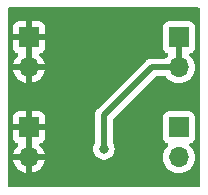
<source format=gbl>
%TF.GenerationSoftware,KiCad,Pcbnew,7.0.9*%
%TF.CreationDate,2023-11-30T13:54:46-08:00*%
%TF.ProjectId,Button-Board,42757474-6f6e-42d4-926f-6172642e6b69,rev?*%
%TF.SameCoordinates,Original*%
%TF.FileFunction,Copper,L2,Bot*%
%TF.FilePolarity,Positive*%
%FSLAX46Y46*%
G04 Gerber Fmt 4.6, Leading zero omitted, Abs format (unit mm)*
G04 Created by KiCad (PCBNEW 7.0.9) date 2023-11-30 13:54:46*
%MOMM*%
%LPD*%
G01*
G04 APERTURE LIST*
%TA.AperFunction,ComponentPad*%
%ADD10R,1.700000X1.700000*%
%TD*%
%TA.AperFunction,ComponentPad*%
%ADD11O,1.700000X1.700000*%
%TD*%
%TA.AperFunction,ViaPad*%
%ADD12C,0.800000*%
%TD*%
%TA.AperFunction,Conductor*%
%ADD13C,0.500000*%
%TD*%
G04 APERTURE END LIST*
D10*
%TO.P,J2,1,Pin_1*%
%TO.N,VCC*%
X88900000Y-50800000D03*
D11*
%TO.P,J2,2,Pin_2*%
X88900000Y-53340000D03*
%TD*%
D10*
%TO.P,J3,1,Pin_1*%
%TO.N,GND*%
X76200000Y-58420000D03*
D11*
%TO.P,J3,2,Pin_2*%
X76200000Y-60960000D03*
%TD*%
D10*
%TO.P,J4,1,Pin_1*%
%TO.N,/OUT*%
X88900000Y-58420000D03*
D11*
%TO.P,J4,2,Pin_2*%
X88900000Y-60960000D03*
%TD*%
D10*
%TO.P,J1,1,Pin_1*%
%TO.N,GND*%
X76200000Y-50800000D03*
D11*
%TO.P,J1,2,Pin_2*%
X76200000Y-53340000D03*
%TD*%
D12*
%TO.N,GND*%
X87630000Y-55880000D03*
X88900000Y-55880000D03*
X86360000Y-62230000D03*
X86106000Y-49276000D03*
%TO.N,VCC*%
X82550000Y-60247000D03*
%TD*%
D13*
%TO.N,VCC*%
X88900000Y-53340000D02*
X88900000Y-50800000D01*
X82550000Y-57404000D02*
X82550000Y-57453000D01*
X88900000Y-53340000D02*
X86614000Y-53340000D01*
X86614000Y-53340000D02*
X82550000Y-57404000D01*
X82550000Y-58977000D02*
X82550000Y-60247000D01*
X82550000Y-58977000D02*
X82550000Y-57453000D01*
%TD*%
%TA.AperFunction,Conductor*%
%TO.N,GND*%
G36*
X76450000Y-60524498D02*
G01*
X76342315Y-60475320D01*
X76235763Y-60460000D01*
X76164237Y-60460000D01*
X76057685Y-60475320D01*
X75950000Y-60524498D01*
X75950000Y-58855501D01*
X76057685Y-58904680D01*
X76164237Y-58920000D01*
X76235763Y-58920000D01*
X76342315Y-58904680D01*
X76450000Y-58855501D01*
X76450000Y-60524498D01*
G37*
%TD.AperFunction*%
%TA.AperFunction,Conductor*%
G36*
X76450000Y-52904498D02*
G01*
X76342315Y-52855320D01*
X76235763Y-52840000D01*
X76164237Y-52840000D01*
X76057685Y-52855320D01*
X75950000Y-52904498D01*
X75950000Y-51235501D01*
X76057685Y-51284680D01*
X76164237Y-51300000D01*
X76235763Y-51300000D01*
X76342315Y-51284680D01*
X76450000Y-51235501D01*
X76450000Y-52904498D01*
G37*
%TD.AperFunction*%
%TA.AperFunction,Conductor*%
G36*
X90620539Y-48280185D02*
G01*
X90666294Y-48332989D01*
X90677500Y-48384500D01*
X90677500Y-63375500D01*
X90657815Y-63442539D01*
X90605011Y-63488294D01*
X90553500Y-63499500D01*
X74546500Y-63499500D01*
X74479461Y-63479815D01*
X74433706Y-63427011D01*
X74422500Y-63375500D01*
X74422500Y-59317844D01*
X74850000Y-59317844D01*
X74856401Y-59377372D01*
X74856403Y-59377379D01*
X74906645Y-59512086D01*
X74906649Y-59512093D01*
X74992809Y-59627187D01*
X74992812Y-59627190D01*
X75107906Y-59713350D01*
X75107913Y-59713354D01*
X75239986Y-59762614D01*
X75295920Y-59804485D01*
X75320337Y-59869949D01*
X75305486Y-59938222D01*
X75284335Y-59966477D01*
X75161886Y-60088926D01*
X75026400Y-60282420D01*
X75026399Y-60282422D01*
X74926570Y-60496507D01*
X74926567Y-60496513D01*
X74869364Y-60709999D01*
X74869364Y-60710000D01*
X75766314Y-60710000D01*
X75740507Y-60750156D01*
X75700000Y-60888111D01*
X75700000Y-61031889D01*
X75740507Y-61169844D01*
X75766314Y-61210000D01*
X74869364Y-61210000D01*
X74926567Y-61423486D01*
X74926570Y-61423492D01*
X75026399Y-61637578D01*
X75161894Y-61831082D01*
X75328917Y-61998105D01*
X75522421Y-62133600D01*
X75736507Y-62233429D01*
X75736516Y-62233433D01*
X75950000Y-62290634D01*
X75950000Y-61395501D01*
X76057685Y-61444680D01*
X76164237Y-61460000D01*
X76235763Y-61460000D01*
X76342315Y-61444680D01*
X76450000Y-61395501D01*
X76450000Y-62290633D01*
X76663483Y-62233433D01*
X76663492Y-62233429D01*
X76877578Y-62133600D01*
X77071082Y-61998105D01*
X77238105Y-61831082D01*
X77373600Y-61637578D01*
X77473429Y-61423492D01*
X77473432Y-61423486D01*
X77530636Y-61210000D01*
X76633686Y-61210000D01*
X76659493Y-61169844D01*
X76700000Y-61031889D01*
X76700000Y-60888111D01*
X76659493Y-60750156D01*
X76633686Y-60710000D01*
X77530636Y-60710000D01*
X77530635Y-60709999D01*
X77473432Y-60496513D01*
X77473429Y-60496507D01*
X77373600Y-60282422D01*
X77373599Y-60282420D01*
X77348798Y-60247000D01*
X81644540Y-60247000D01*
X81664326Y-60435256D01*
X81664327Y-60435259D01*
X81722818Y-60615277D01*
X81722821Y-60615284D01*
X81817467Y-60779216D01*
X81915517Y-60888111D01*
X81944129Y-60919888D01*
X82097265Y-61031148D01*
X82097270Y-61031151D01*
X82270192Y-61108142D01*
X82270197Y-61108144D01*
X82455354Y-61147500D01*
X82455355Y-61147500D01*
X82644644Y-61147500D01*
X82644646Y-61147500D01*
X82829803Y-61108144D01*
X83002730Y-61031151D01*
X83100661Y-60960000D01*
X87544341Y-60960000D01*
X87564936Y-61195403D01*
X87564938Y-61195413D01*
X87626094Y-61423655D01*
X87626096Y-61423659D01*
X87626097Y-61423663D01*
X87725847Y-61637578D01*
X87725965Y-61637830D01*
X87725967Y-61637834D01*
X87834281Y-61792521D01*
X87861505Y-61831401D01*
X88028599Y-61998495D01*
X88125384Y-62066265D01*
X88222165Y-62134032D01*
X88222167Y-62134033D01*
X88222170Y-62134035D01*
X88436337Y-62233903D01*
X88664592Y-62295063D01*
X88852918Y-62311539D01*
X88899999Y-62315659D01*
X88900000Y-62315659D01*
X88900001Y-62315659D01*
X88939234Y-62312226D01*
X89135408Y-62295063D01*
X89363663Y-62233903D01*
X89577830Y-62134035D01*
X89771401Y-61998495D01*
X89938495Y-61831401D01*
X90074035Y-61637830D01*
X90173903Y-61423663D01*
X90235063Y-61195408D01*
X90255659Y-60960000D01*
X90235063Y-60724592D01*
X90173903Y-60496337D01*
X90074035Y-60282171D01*
X89938495Y-60088599D01*
X89816567Y-59966671D01*
X89783084Y-59905351D01*
X89788068Y-59835659D01*
X89829939Y-59779725D01*
X89860915Y-59762810D01*
X89992331Y-59713796D01*
X90107546Y-59627546D01*
X90193796Y-59512331D01*
X90244091Y-59377483D01*
X90250500Y-59317873D01*
X90250499Y-57522128D01*
X90244091Y-57462517D01*
X90197701Y-57338140D01*
X90193797Y-57327671D01*
X90193793Y-57327664D01*
X90107547Y-57212455D01*
X90107544Y-57212452D01*
X89992335Y-57126206D01*
X89992328Y-57126202D01*
X89857482Y-57075908D01*
X89857483Y-57075908D01*
X89797883Y-57069501D01*
X89797881Y-57069500D01*
X89797873Y-57069500D01*
X89797864Y-57069500D01*
X88002129Y-57069500D01*
X88002123Y-57069501D01*
X87942516Y-57075908D01*
X87807671Y-57126202D01*
X87807664Y-57126206D01*
X87692455Y-57212452D01*
X87692452Y-57212455D01*
X87606206Y-57327664D01*
X87606202Y-57327671D01*
X87555908Y-57462517D01*
X87549501Y-57522116D01*
X87549501Y-57522123D01*
X87549500Y-57522135D01*
X87549500Y-59317870D01*
X87549501Y-59317876D01*
X87555908Y-59377483D01*
X87606202Y-59512328D01*
X87606206Y-59512335D01*
X87692452Y-59627544D01*
X87692455Y-59627547D01*
X87807664Y-59713793D01*
X87807671Y-59713797D01*
X87939081Y-59762810D01*
X87995015Y-59804681D01*
X88019432Y-59870145D01*
X88004580Y-59938418D01*
X87983430Y-59966673D01*
X87861503Y-60088600D01*
X87725965Y-60282169D01*
X87725964Y-60282171D01*
X87626098Y-60496335D01*
X87626094Y-60496344D01*
X87564938Y-60724586D01*
X87564936Y-60724596D01*
X87544341Y-60959999D01*
X87544341Y-60960000D01*
X83100661Y-60960000D01*
X83155871Y-60919888D01*
X83282533Y-60779216D01*
X83377179Y-60615284D01*
X83435674Y-60435256D01*
X83455460Y-60247000D01*
X83435674Y-60058744D01*
X83377179Y-59878716D01*
X83372231Y-59870145D01*
X83317113Y-59774677D01*
X83300500Y-59712677D01*
X83300500Y-57766230D01*
X83320185Y-57699191D01*
X83336819Y-57678549D01*
X86888549Y-54126819D01*
X86949872Y-54093334D01*
X86976230Y-54090500D01*
X87712299Y-54090500D01*
X87779338Y-54110185D01*
X87813873Y-54143376D01*
X87861505Y-54211401D01*
X88028599Y-54378495D01*
X88125384Y-54446265D01*
X88222165Y-54514032D01*
X88222167Y-54514033D01*
X88222170Y-54514035D01*
X88436337Y-54613903D01*
X88664592Y-54675063D01*
X88852918Y-54691539D01*
X88899999Y-54695659D01*
X88900000Y-54695659D01*
X88900001Y-54695659D01*
X88939234Y-54692226D01*
X89135408Y-54675063D01*
X89363663Y-54613903D01*
X89577830Y-54514035D01*
X89771401Y-54378495D01*
X89938495Y-54211401D01*
X90074035Y-54017830D01*
X90173903Y-53803663D01*
X90235063Y-53575408D01*
X90255659Y-53340000D01*
X90235063Y-53104592D01*
X90173903Y-52876337D01*
X90074035Y-52662171D01*
X90073581Y-52661523D01*
X89938496Y-52468600D01*
X89938492Y-52468596D01*
X89816567Y-52346671D01*
X89783084Y-52285351D01*
X89788068Y-52215659D01*
X89829939Y-52159725D01*
X89860915Y-52142810D01*
X89992331Y-52093796D01*
X90107546Y-52007546D01*
X90193796Y-51892331D01*
X90244091Y-51757483D01*
X90250500Y-51697873D01*
X90250499Y-49902128D01*
X90244091Y-49842517D01*
X90193884Y-49707906D01*
X90193797Y-49707671D01*
X90193793Y-49707664D01*
X90107547Y-49592455D01*
X90107544Y-49592452D01*
X89992335Y-49506206D01*
X89992328Y-49506202D01*
X89857482Y-49455908D01*
X89857483Y-49455908D01*
X89797883Y-49449501D01*
X89797881Y-49449500D01*
X89797873Y-49449500D01*
X89797864Y-49449500D01*
X88002129Y-49449500D01*
X88002123Y-49449501D01*
X87942516Y-49455908D01*
X87807671Y-49506202D01*
X87807664Y-49506206D01*
X87692455Y-49592452D01*
X87692452Y-49592455D01*
X87606206Y-49707664D01*
X87606202Y-49707671D01*
X87555908Y-49842517D01*
X87549501Y-49902116D01*
X87549501Y-49902123D01*
X87549500Y-49902135D01*
X87549500Y-51697870D01*
X87549501Y-51697876D01*
X87555908Y-51757483D01*
X87606202Y-51892328D01*
X87606206Y-51892335D01*
X87692452Y-52007544D01*
X87692455Y-52007547D01*
X87807664Y-52093793D01*
X87807671Y-52093797D01*
X87939082Y-52142810D01*
X87995016Y-52184681D01*
X88019433Y-52250145D01*
X88004582Y-52318418D01*
X87983430Y-52346673D01*
X87861506Y-52468596D01*
X87813874Y-52536623D01*
X87759297Y-52580248D01*
X87712299Y-52589500D01*
X86677705Y-52589500D01*
X86659735Y-52588191D01*
X86635972Y-52584710D01*
X86590533Y-52588686D01*
X86583931Y-52589264D01*
X86578530Y-52589500D01*
X86570289Y-52589500D01*
X86548579Y-52592037D01*
X86537724Y-52593306D01*
X86522419Y-52594645D01*
X86461199Y-52600001D01*
X86454132Y-52601460D01*
X86454120Y-52601404D01*
X86446763Y-52603035D01*
X86446777Y-52603092D01*
X86439743Y-52604759D01*
X86367575Y-52631025D01*
X86294675Y-52655181D01*
X86288126Y-52658236D01*
X86288101Y-52658183D01*
X86281308Y-52661471D01*
X86281334Y-52661523D01*
X86274880Y-52664764D01*
X86210708Y-52706971D01*
X86145347Y-52747285D01*
X86139683Y-52751765D01*
X86139647Y-52751719D01*
X86133798Y-52756484D01*
X86133835Y-52756528D01*
X86128310Y-52761164D01*
X86075597Y-52817035D01*
X82064358Y-56828272D01*
X82050729Y-56840051D01*
X82031468Y-56854390D01*
X81997898Y-56894397D01*
X81994253Y-56898376D01*
X81988409Y-56904222D01*
X81968059Y-56929959D01*
X81918695Y-56988789D01*
X81914729Y-56994819D01*
X81914682Y-56994788D01*
X81910630Y-57001147D01*
X81910679Y-57001177D01*
X81906889Y-57007321D01*
X81874424Y-57076941D01*
X81839960Y-57145566D01*
X81837488Y-57152357D01*
X81837432Y-57152336D01*
X81834960Y-57159450D01*
X81835015Y-57159469D01*
X81832742Y-57166327D01*
X81824975Y-57203946D01*
X81817207Y-57241565D01*
X81804001Y-57297284D01*
X81799498Y-57316286D01*
X81798661Y-57323454D01*
X81798601Y-57323447D01*
X81797835Y-57330945D01*
X81797895Y-57330951D01*
X81797265Y-57338140D01*
X81799500Y-57414916D01*
X81799500Y-59712677D01*
X81782887Y-59774677D01*
X81722821Y-59878714D01*
X81664327Y-60058740D01*
X81664326Y-60058744D01*
X81644540Y-60247000D01*
X77348798Y-60247000D01*
X77238113Y-60088926D01*
X77238108Y-60088920D01*
X77115665Y-59966477D01*
X77082180Y-59905154D01*
X77087164Y-59835462D01*
X77129036Y-59779529D01*
X77160013Y-59762614D01*
X77292086Y-59713354D01*
X77292093Y-59713350D01*
X77407187Y-59627190D01*
X77407190Y-59627187D01*
X77493350Y-59512093D01*
X77493354Y-59512086D01*
X77543596Y-59377379D01*
X77543598Y-59377372D01*
X77549999Y-59317844D01*
X77550000Y-59317827D01*
X77550000Y-58670000D01*
X76633686Y-58670000D01*
X76659493Y-58629844D01*
X76700000Y-58491889D01*
X76700000Y-58348111D01*
X76659493Y-58210156D01*
X76633686Y-58170000D01*
X77550000Y-58170000D01*
X77550000Y-57522172D01*
X77549999Y-57522155D01*
X77543598Y-57462627D01*
X77543596Y-57462620D01*
X77493354Y-57327913D01*
X77493350Y-57327906D01*
X77407190Y-57212812D01*
X77407187Y-57212809D01*
X77292093Y-57126649D01*
X77292086Y-57126645D01*
X77157379Y-57076403D01*
X77157372Y-57076401D01*
X77097844Y-57070000D01*
X76450000Y-57070000D01*
X76450000Y-57984498D01*
X76342315Y-57935320D01*
X76235763Y-57920000D01*
X76164237Y-57920000D01*
X76057685Y-57935320D01*
X75950000Y-57984498D01*
X75950000Y-57070000D01*
X75302155Y-57070000D01*
X75242627Y-57076401D01*
X75242620Y-57076403D01*
X75107913Y-57126645D01*
X75107906Y-57126649D01*
X74992812Y-57212809D01*
X74992809Y-57212812D01*
X74906649Y-57327906D01*
X74906645Y-57327913D01*
X74856403Y-57462620D01*
X74856401Y-57462627D01*
X74850000Y-57522155D01*
X74850000Y-58170000D01*
X75766314Y-58170000D01*
X75740507Y-58210156D01*
X75700000Y-58348111D01*
X75700000Y-58491889D01*
X75740507Y-58629844D01*
X75766314Y-58670000D01*
X74850000Y-58670000D01*
X74850000Y-59317844D01*
X74422500Y-59317844D01*
X74422500Y-51697844D01*
X74850000Y-51697844D01*
X74856401Y-51757372D01*
X74856403Y-51757379D01*
X74906645Y-51892086D01*
X74906649Y-51892093D01*
X74992809Y-52007187D01*
X74992812Y-52007190D01*
X75107906Y-52093350D01*
X75107913Y-52093354D01*
X75239986Y-52142614D01*
X75295920Y-52184485D01*
X75320337Y-52249949D01*
X75305486Y-52318222D01*
X75284335Y-52346477D01*
X75161886Y-52468926D01*
X75026400Y-52662420D01*
X75026399Y-52662422D01*
X74926570Y-52876507D01*
X74926567Y-52876513D01*
X74869364Y-53089999D01*
X74869364Y-53090000D01*
X75766314Y-53090000D01*
X75740507Y-53130156D01*
X75700000Y-53268111D01*
X75700000Y-53411889D01*
X75740507Y-53549844D01*
X75766314Y-53590000D01*
X74869364Y-53590000D01*
X74926567Y-53803486D01*
X74926570Y-53803492D01*
X75026399Y-54017578D01*
X75161894Y-54211082D01*
X75328917Y-54378105D01*
X75522421Y-54513600D01*
X75736507Y-54613429D01*
X75736516Y-54613433D01*
X75950000Y-54670634D01*
X75950000Y-53775501D01*
X76057685Y-53824680D01*
X76164237Y-53840000D01*
X76235763Y-53840000D01*
X76342315Y-53824680D01*
X76450000Y-53775501D01*
X76450000Y-54670633D01*
X76663483Y-54613433D01*
X76663492Y-54613429D01*
X76877578Y-54513600D01*
X77071082Y-54378105D01*
X77238105Y-54211082D01*
X77373600Y-54017578D01*
X77473429Y-53803492D01*
X77473432Y-53803486D01*
X77530636Y-53590000D01*
X76633686Y-53590000D01*
X76659493Y-53549844D01*
X76700000Y-53411889D01*
X76700000Y-53268111D01*
X76659493Y-53130156D01*
X76633686Y-53090000D01*
X77530636Y-53090000D01*
X77530635Y-53089999D01*
X77473432Y-52876513D01*
X77473429Y-52876507D01*
X77373600Y-52662422D01*
X77373599Y-52662420D01*
X77238113Y-52468926D01*
X77238108Y-52468920D01*
X77115665Y-52346477D01*
X77082180Y-52285154D01*
X77087164Y-52215462D01*
X77129036Y-52159529D01*
X77160013Y-52142614D01*
X77292086Y-52093354D01*
X77292093Y-52093350D01*
X77407187Y-52007190D01*
X77407190Y-52007187D01*
X77493350Y-51892093D01*
X77493354Y-51892086D01*
X77543596Y-51757379D01*
X77543598Y-51757372D01*
X77549999Y-51697844D01*
X77550000Y-51697827D01*
X77550000Y-51050000D01*
X76633686Y-51050000D01*
X76659493Y-51009844D01*
X76700000Y-50871889D01*
X76700000Y-50728111D01*
X76659493Y-50590156D01*
X76633686Y-50550000D01*
X77550000Y-50550000D01*
X77550000Y-49902172D01*
X77549999Y-49902155D01*
X77543598Y-49842627D01*
X77543596Y-49842620D01*
X77493354Y-49707913D01*
X77493350Y-49707906D01*
X77407190Y-49592812D01*
X77407187Y-49592809D01*
X77292093Y-49506649D01*
X77292086Y-49506645D01*
X77157379Y-49456403D01*
X77157372Y-49456401D01*
X77097844Y-49450000D01*
X76450000Y-49450000D01*
X76450000Y-50364498D01*
X76342315Y-50315320D01*
X76235763Y-50300000D01*
X76164237Y-50300000D01*
X76057685Y-50315320D01*
X75950000Y-50364498D01*
X75950000Y-49450000D01*
X75302155Y-49450000D01*
X75242627Y-49456401D01*
X75242620Y-49456403D01*
X75107913Y-49506645D01*
X75107906Y-49506649D01*
X74992812Y-49592809D01*
X74992809Y-49592812D01*
X74906649Y-49707906D01*
X74906645Y-49707913D01*
X74856403Y-49842620D01*
X74856401Y-49842627D01*
X74850000Y-49902155D01*
X74850000Y-50550000D01*
X75766314Y-50550000D01*
X75740507Y-50590156D01*
X75700000Y-50728111D01*
X75700000Y-50871889D01*
X75740507Y-51009844D01*
X75766314Y-51050000D01*
X74850000Y-51050000D01*
X74850000Y-51697844D01*
X74422500Y-51697844D01*
X74422500Y-48384500D01*
X74442185Y-48317461D01*
X74494989Y-48271706D01*
X74546500Y-48260500D01*
X90553500Y-48260500D01*
X90620539Y-48280185D01*
G37*
%TD.AperFunction*%
%TD*%
M02*

</source>
